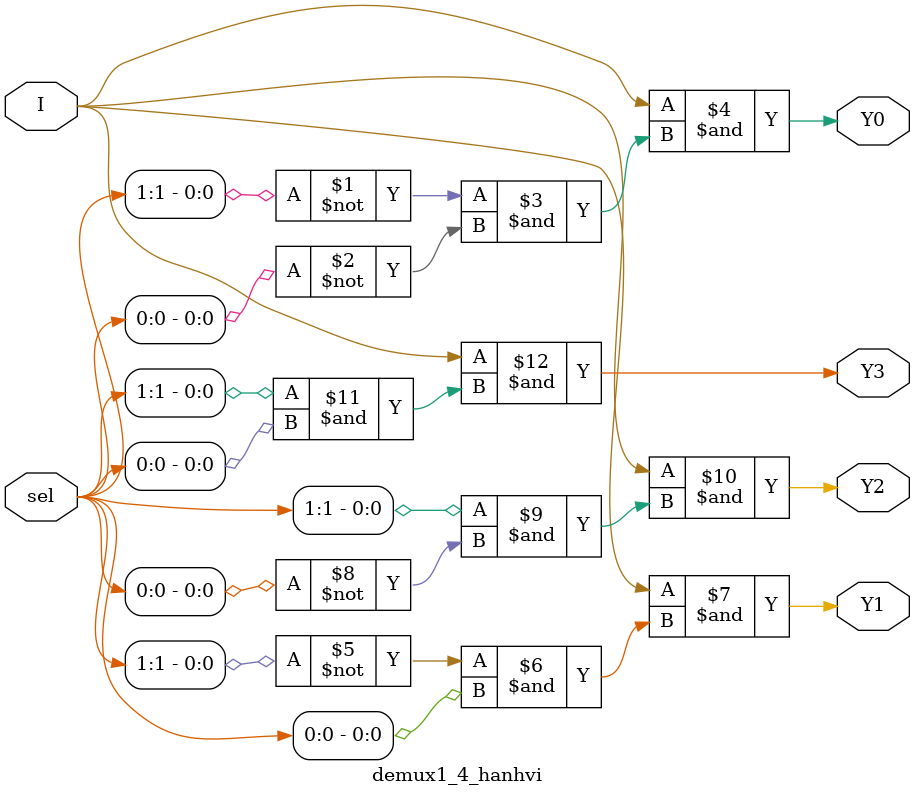
<source format=v>
module demux1_4_hanhvi(
    input I,
    input [1:0] sel,
    output Y0,
    output Y1,
    output Y2,
    output Y3
    );
	 
assign Y0 = I & (~sel[1] & ~sel[0]);
  assign Y1 = I & (~sel[1] &  sel[0]);
  assign Y2 = I & ( sel[1] & ~sel[0]);
  assign Y3 = I & ( sel[1] &  sel[0]);

endmodule

</source>
